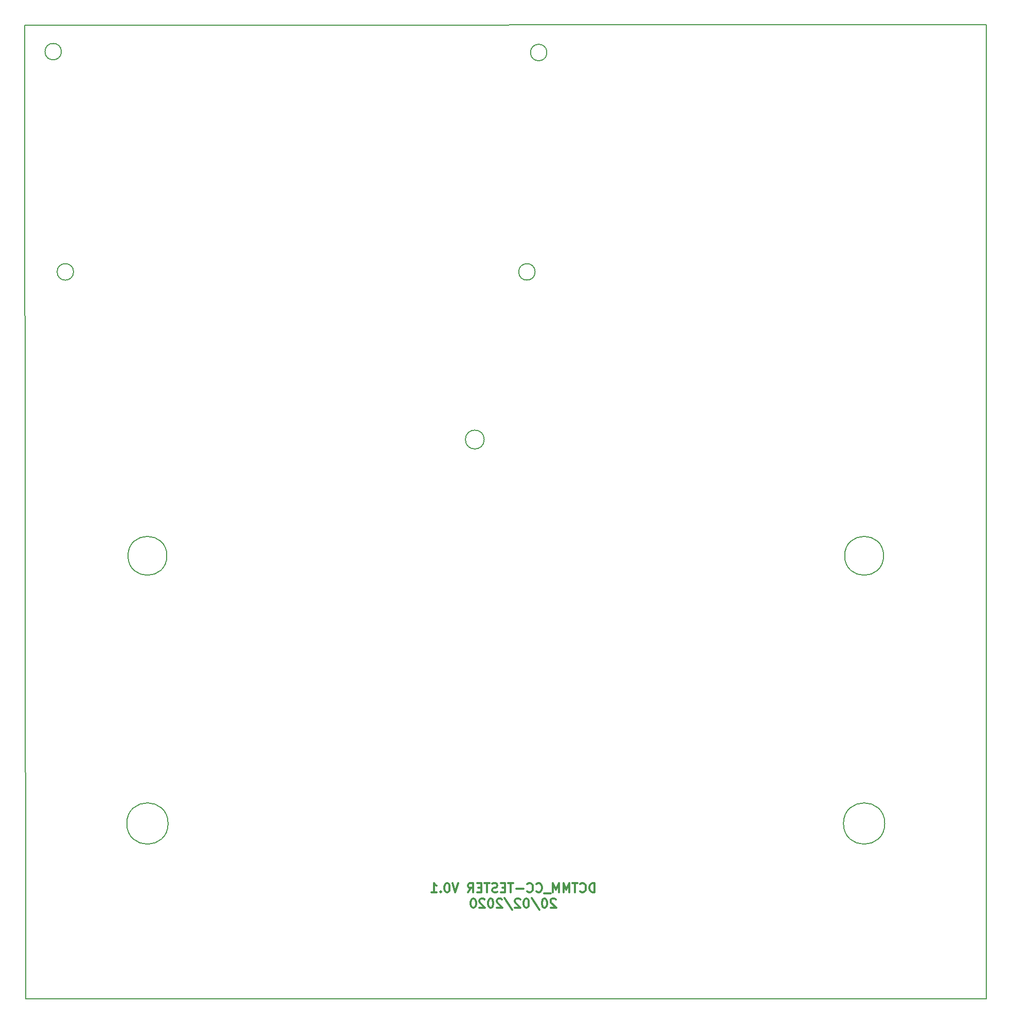
<source format=gbo>
G04 #@! TF.GenerationSoftware,KiCad,Pcbnew,(5.1.5)-3*
G04 #@! TF.CreationDate,2020-02-20T12:19:50+01:00*
G04 #@! TF.ProjectId,carecasetester,63617265-6361-4736-9574-65737465722e,rev?*
G04 #@! TF.SameCoordinates,Original*
G04 #@! TF.FileFunction,Legend,Bot*
G04 #@! TF.FilePolarity,Positive*
%FSLAX46Y46*%
G04 Gerber Fmt 4.6, Leading zero omitted, Abs format (unit mm)*
G04 Created by KiCad (PCBNEW (5.1.5)-3) date 2020-02-20 12:19:50*
%MOMM*%
%LPD*%
G04 APERTURE LIST*
%ADD10C,0.300000*%
%ADD11C,0.200000*%
G04 APERTURE END LIST*
D10*
X170832857Y-152843571D02*
X170832857Y-151343571D01*
X170475714Y-151343571D01*
X170261428Y-151415000D01*
X170118571Y-151557857D01*
X170047142Y-151700714D01*
X169975714Y-151986428D01*
X169975714Y-152200714D01*
X170047142Y-152486428D01*
X170118571Y-152629285D01*
X170261428Y-152772142D01*
X170475714Y-152843571D01*
X170832857Y-152843571D01*
X168475714Y-152700714D02*
X168547142Y-152772142D01*
X168761428Y-152843571D01*
X168904285Y-152843571D01*
X169118571Y-152772142D01*
X169261428Y-152629285D01*
X169332857Y-152486428D01*
X169404285Y-152200714D01*
X169404285Y-151986428D01*
X169332857Y-151700714D01*
X169261428Y-151557857D01*
X169118571Y-151415000D01*
X168904285Y-151343571D01*
X168761428Y-151343571D01*
X168547142Y-151415000D01*
X168475714Y-151486428D01*
X168047142Y-151343571D02*
X167190000Y-151343571D01*
X167618571Y-152843571D02*
X167618571Y-151343571D01*
X166690000Y-152843571D02*
X166690000Y-151343571D01*
X166190000Y-152415000D01*
X165690000Y-151343571D01*
X165690000Y-152843571D01*
X164975714Y-152843571D02*
X164975714Y-151343571D01*
X164475714Y-152415000D01*
X163975714Y-151343571D01*
X163975714Y-152843571D01*
X163618571Y-152986428D02*
X162475714Y-152986428D01*
X161261428Y-152700714D02*
X161332857Y-152772142D01*
X161547142Y-152843571D01*
X161690000Y-152843571D01*
X161904285Y-152772142D01*
X162047142Y-152629285D01*
X162118571Y-152486428D01*
X162190000Y-152200714D01*
X162190000Y-151986428D01*
X162118571Y-151700714D01*
X162047142Y-151557857D01*
X161904285Y-151415000D01*
X161690000Y-151343571D01*
X161547142Y-151343571D01*
X161332857Y-151415000D01*
X161261428Y-151486428D01*
X159761428Y-152700714D02*
X159832857Y-152772142D01*
X160047142Y-152843571D01*
X160190000Y-152843571D01*
X160404285Y-152772142D01*
X160547142Y-152629285D01*
X160618571Y-152486428D01*
X160690000Y-152200714D01*
X160690000Y-151986428D01*
X160618571Y-151700714D01*
X160547142Y-151557857D01*
X160404285Y-151415000D01*
X160190000Y-151343571D01*
X160047142Y-151343571D01*
X159832857Y-151415000D01*
X159761428Y-151486428D01*
X159118571Y-152272142D02*
X157975714Y-152272142D01*
X157475714Y-151343571D02*
X156618571Y-151343571D01*
X157047142Y-152843571D02*
X157047142Y-151343571D01*
X156118571Y-152057857D02*
X155618571Y-152057857D01*
X155404285Y-152843571D02*
X156118571Y-152843571D01*
X156118571Y-151343571D01*
X155404285Y-151343571D01*
X154832857Y-152772142D02*
X154618571Y-152843571D01*
X154261428Y-152843571D01*
X154118571Y-152772142D01*
X154047142Y-152700714D01*
X153975714Y-152557857D01*
X153975714Y-152415000D01*
X154047142Y-152272142D01*
X154118571Y-152200714D01*
X154261428Y-152129285D01*
X154547142Y-152057857D01*
X154690000Y-151986428D01*
X154761428Y-151915000D01*
X154832857Y-151772142D01*
X154832857Y-151629285D01*
X154761428Y-151486428D01*
X154690000Y-151415000D01*
X154547142Y-151343571D01*
X154190000Y-151343571D01*
X153975714Y-151415000D01*
X153547142Y-151343571D02*
X152690000Y-151343571D01*
X153118571Y-152843571D02*
X153118571Y-151343571D01*
X152190000Y-152057857D02*
X151690000Y-152057857D01*
X151475714Y-152843571D02*
X152190000Y-152843571D01*
X152190000Y-151343571D01*
X151475714Y-151343571D01*
X149975714Y-152843571D02*
X150475714Y-152129285D01*
X150832857Y-152843571D02*
X150832857Y-151343571D01*
X150261428Y-151343571D01*
X150118571Y-151415000D01*
X150047142Y-151486428D01*
X149975714Y-151629285D01*
X149975714Y-151843571D01*
X150047142Y-151986428D01*
X150118571Y-152057857D01*
X150261428Y-152129285D01*
X150832857Y-152129285D01*
X148404285Y-151343571D02*
X147904285Y-152843571D01*
X147404285Y-151343571D01*
X146618571Y-151343571D02*
X146475714Y-151343571D01*
X146332857Y-151415000D01*
X146261428Y-151486428D01*
X146190000Y-151629285D01*
X146118571Y-151915000D01*
X146118571Y-152272142D01*
X146190000Y-152557857D01*
X146261428Y-152700714D01*
X146332857Y-152772142D01*
X146475714Y-152843571D01*
X146618571Y-152843571D01*
X146761428Y-152772142D01*
X146832857Y-152700714D01*
X146904285Y-152557857D01*
X146975714Y-152272142D01*
X146975714Y-151915000D01*
X146904285Y-151629285D01*
X146832857Y-151486428D01*
X146761428Y-151415000D01*
X146618571Y-151343571D01*
X145475714Y-152700714D02*
X145404285Y-152772142D01*
X145475714Y-152843571D01*
X145547142Y-152772142D01*
X145475714Y-152700714D01*
X145475714Y-152843571D01*
X143975714Y-152843571D02*
X144832857Y-152843571D01*
X144404285Y-152843571D02*
X144404285Y-151343571D01*
X144547142Y-151557857D01*
X144690000Y-151700714D01*
X144832857Y-151772142D01*
X164440000Y-154036428D02*
X164368571Y-153965000D01*
X164225714Y-153893571D01*
X163868571Y-153893571D01*
X163725714Y-153965000D01*
X163654285Y-154036428D01*
X163582857Y-154179285D01*
X163582857Y-154322142D01*
X163654285Y-154536428D01*
X164511428Y-155393571D01*
X163582857Y-155393571D01*
X162654285Y-153893571D02*
X162511428Y-153893571D01*
X162368571Y-153965000D01*
X162297142Y-154036428D01*
X162225714Y-154179285D01*
X162154285Y-154465000D01*
X162154285Y-154822142D01*
X162225714Y-155107857D01*
X162297142Y-155250714D01*
X162368571Y-155322142D01*
X162511428Y-155393571D01*
X162654285Y-155393571D01*
X162797142Y-155322142D01*
X162868571Y-155250714D01*
X162940000Y-155107857D01*
X163011428Y-154822142D01*
X163011428Y-154465000D01*
X162940000Y-154179285D01*
X162868571Y-154036428D01*
X162797142Y-153965000D01*
X162654285Y-153893571D01*
X160440000Y-153822142D02*
X161725714Y-155750714D01*
X159654285Y-153893571D02*
X159511428Y-153893571D01*
X159368571Y-153965000D01*
X159297142Y-154036428D01*
X159225714Y-154179285D01*
X159154285Y-154465000D01*
X159154285Y-154822142D01*
X159225714Y-155107857D01*
X159297142Y-155250714D01*
X159368571Y-155322142D01*
X159511428Y-155393571D01*
X159654285Y-155393571D01*
X159797142Y-155322142D01*
X159868571Y-155250714D01*
X159940000Y-155107857D01*
X160011428Y-154822142D01*
X160011428Y-154465000D01*
X159940000Y-154179285D01*
X159868571Y-154036428D01*
X159797142Y-153965000D01*
X159654285Y-153893571D01*
X158582857Y-154036428D02*
X158511428Y-153965000D01*
X158368571Y-153893571D01*
X158011428Y-153893571D01*
X157868571Y-153965000D01*
X157797142Y-154036428D01*
X157725714Y-154179285D01*
X157725714Y-154322142D01*
X157797142Y-154536428D01*
X158654285Y-155393571D01*
X157725714Y-155393571D01*
X156011428Y-153822142D02*
X157297142Y-155750714D01*
X155582857Y-154036428D02*
X155511428Y-153965000D01*
X155368571Y-153893571D01*
X155011428Y-153893571D01*
X154868571Y-153965000D01*
X154797142Y-154036428D01*
X154725714Y-154179285D01*
X154725714Y-154322142D01*
X154797142Y-154536428D01*
X155654285Y-155393571D01*
X154725714Y-155393571D01*
X153797142Y-153893571D02*
X153654285Y-153893571D01*
X153511428Y-153965000D01*
X153440000Y-154036428D01*
X153368571Y-154179285D01*
X153297142Y-154465000D01*
X153297142Y-154822142D01*
X153368571Y-155107857D01*
X153440000Y-155250714D01*
X153511428Y-155322142D01*
X153654285Y-155393571D01*
X153797142Y-155393571D01*
X153940000Y-155322142D01*
X154011428Y-155250714D01*
X154082857Y-155107857D01*
X154154285Y-154822142D01*
X154154285Y-154465000D01*
X154082857Y-154179285D01*
X154011428Y-154036428D01*
X153940000Y-153965000D01*
X153797142Y-153893571D01*
X152725714Y-154036428D02*
X152654285Y-153965000D01*
X152511428Y-153893571D01*
X152154285Y-153893571D01*
X152011428Y-153965000D01*
X151940000Y-154036428D01*
X151868571Y-154179285D01*
X151868571Y-154322142D01*
X151940000Y-154536428D01*
X152797142Y-155393571D01*
X151868571Y-155393571D01*
X150940000Y-153893571D02*
X150797142Y-153893571D01*
X150654285Y-153965000D01*
X150582857Y-154036428D01*
X150511428Y-154179285D01*
X150440000Y-154465000D01*
X150440000Y-154822142D01*
X150511428Y-155107857D01*
X150582857Y-155250714D01*
X150654285Y-155322142D01*
X150797142Y-155393571D01*
X150940000Y-155393571D01*
X151082857Y-155322142D01*
X151154285Y-155250714D01*
X151225714Y-155107857D01*
X151297142Y-154822142D01*
X151297142Y-154465000D01*
X151225714Y-154179285D01*
X151154285Y-154036428D01*
X151082857Y-153965000D01*
X150940000Y-153893571D01*
D11*
X77000000Y-20080000D02*
X77000000Y-10080000D01*
X235330000Y-10030000D02*
X235330000Y-20030000D01*
X83040924Y-14450000D02*
G75*
G03X83040924Y-14450000I-1352821J0D01*
G01*
X162982821Y-14600000D02*
G75*
G03X162982821Y-14600000I-1352821J0D01*
G01*
X161040924Y-50710000D02*
G75*
G03X161040924Y-50710000I-1352821J0D01*
G01*
X85040924Y-50710000D02*
G75*
G03X85040924Y-50710000I-1352821J0D01*
G01*
X77000000Y-20080000D02*
X77150000Y-170400000D01*
X235330000Y-10030000D02*
X77000000Y-10080000D01*
X235290000Y-170410000D02*
X235330000Y-20030000D01*
X77150000Y-170400000D02*
X235290000Y-170410000D01*
X152660000Y-78311679D02*
G75*
G03X152660000Y-78311679I-1550000J0D01*
G01*
X100610000Y-141520000D02*
G75*
G03X100610000Y-141520000I-3400000J0D01*
G01*
X218610000Y-141520000D02*
G75*
G03X218610000Y-141520000I-3400000J0D01*
G01*
X218410000Y-97450000D02*
G75*
G03X218410000Y-97450000I-3200000J0D01*
G01*
X100410000Y-97450000D02*
G75*
G03X100410000Y-97450000I-3200000J0D01*
G01*
M02*

</source>
